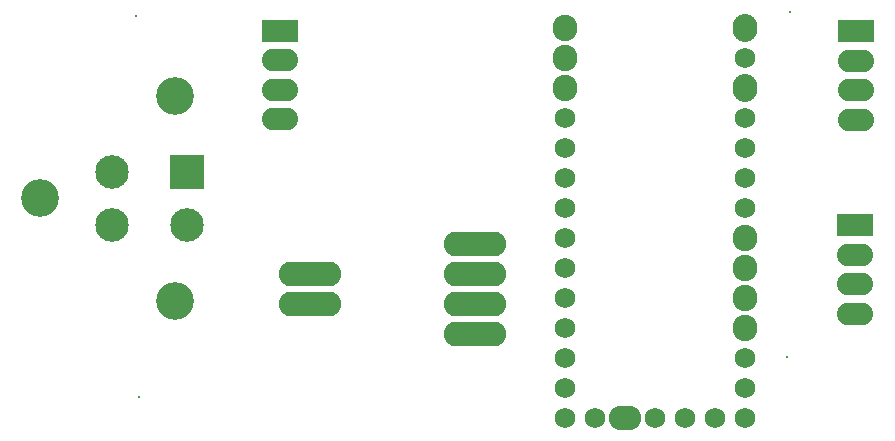
<source format=gbr>
%TF.GenerationSoftware,Altium Limited,Altium Designer,25.2.1 (25)*%
G04 Layer_Color=16711935*
%FSLAX45Y45*%
%MOMM*%
%TF.SameCoordinates,EB21593C-EBE9-4C46-B465-0E1A71836AD5*%
%TF.FilePolarity,Negative*%
%TF.FileFunction,Soldermask,Bot*%
%TF.Part,Single*%
G01*
G75*
%TA.AperFunction,ComponentPad*%
%ADD16O,3.05100X1.90800*%
%ADD17R,3.05100X1.90800*%
%ADD28C,1.72720*%
%ADD29O,2.74320X2.08280*%
%ADD30O,2.08280X2.36220*%
%ADD31O,2.08280X2.23520*%
%TA.AperFunction,ViaPad*%
%ADD32C,0.20320*%
%TA.AperFunction,ComponentPad*%
%ADD33C,3.19320*%
%ADD34C,2.84320*%
%ADD35R,2.84320X2.84320*%
%ADD37O,5.28320X2.10820*%
D16*
X10617200Y9545700D02*
D03*
Y9795700D02*
D03*
Y10045700D02*
D03*
X5753100Y11192700D02*
D03*
Y11442700D02*
D03*
Y11692700D02*
D03*
X10629900Y11188700D02*
D03*
Y11438700D02*
D03*
Y11688700D02*
D03*
D17*
X10617200Y10295700D02*
D03*
X5753100Y11942700D02*
D03*
X10629900Y11938700D02*
D03*
D28*
X9436100Y8661400D02*
D03*
X9182100D02*
D03*
X8928100D02*
D03*
X8420100D02*
D03*
X9690100Y11709400D02*
D03*
Y11201400D02*
D03*
Y10947400D02*
D03*
Y10693400D02*
D03*
Y10439400D02*
D03*
Y9169400D02*
D03*
Y8915400D02*
D03*
Y8661400D02*
D03*
X8166100Y11201400D02*
D03*
Y10947400D02*
D03*
Y10693400D02*
D03*
Y10439400D02*
D03*
Y10185400D02*
D03*
Y9931400D02*
D03*
Y9677400D02*
D03*
Y9423400D02*
D03*
Y9169400D02*
D03*
Y8915400D02*
D03*
Y8661400D02*
D03*
D29*
X8674100D02*
D03*
D30*
X9690100Y11963400D02*
D03*
Y11455400D02*
D03*
D31*
Y10185400D02*
D03*
Y9931400D02*
D03*
Y9677400D02*
D03*
Y9423400D02*
D03*
X8166100Y11963400D02*
D03*
Y11709400D02*
D03*
Y11455400D02*
D03*
D32*
X10071100Y12103100D02*
D03*
X10045700Y9182100D02*
D03*
X4533900Y12065000D02*
D03*
X4559300Y8839200D02*
D03*
D33*
X3720700Y10522200D02*
D03*
X4863700Y11387200D02*
D03*
Y9657200D02*
D03*
D34*
X4330700Y10744700D02*
D03*
Y10299700D02*
D03*
X4965700D02*
D03*
D35*
Y10744700D02*
D03*
D37*
X6007100Y9880600D02*
D03*
Y9626600D02*
D03*
X7404100Y9372600D02*
D03*
Y9626600D02*
D03*
Y9880600D02*
D03*
Y10134600D02*
D03*
%TF.MD5,70b6d27878762612de91e19ff92d19f5*%
M02*

</source>
